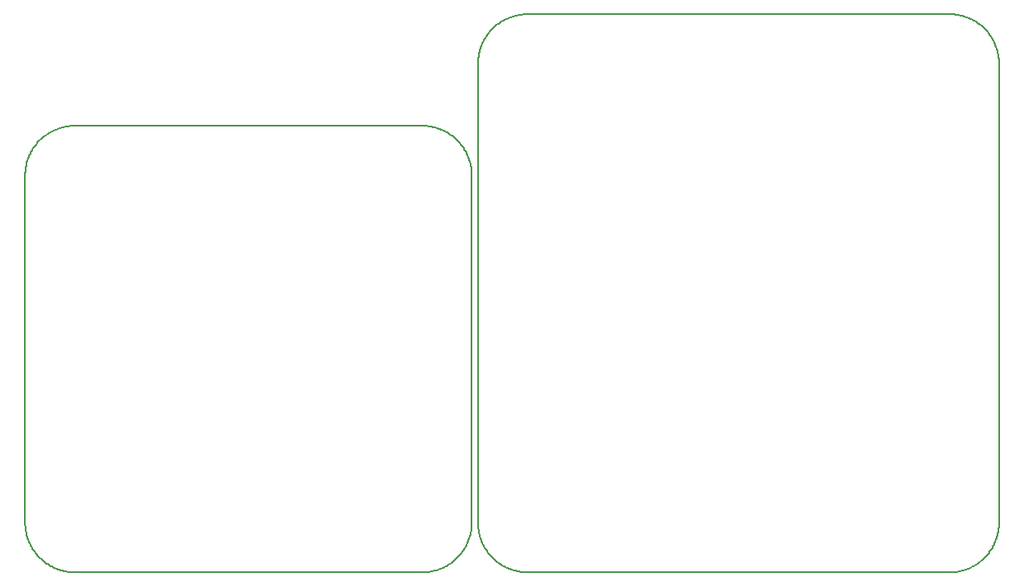
<source format=gbr>
G04 EAGLE Gerber RS-274X export*
G75*
%MOMM*%
%FSLAX34Y34*%
%LPD*%
%INSilkscreen Bottom*%
%IPPOS*%
%AMOC8*
5,1,8,0,0,1.08239X$1,22.5*%
G01*
%ADD10C,0.152400*%


D10*
X50800Y457200D02*
X49572Y457185D01*
X48346Y457141D01*
X47120Y457067D01*
X45897Y456963D01*
X44677Y456830D01*
X43460Y456667D01*
X42247Y456475D01*
X41040Y456254D01*
X39838Y456003D01*
X38643Y455724D01*
X37454Y455416D01*
X36274Y455079D01*
X35102Y454714D01*
X33939Y454320D01*
X32786Y453899D01*
X31644Y453450D01*
X30512Y452973D01*
X29393Y452469D01*
X28286Y451938D01*
X27192Y451381D01*
X26112Y450798D01*
X25046Y450188D01*
X23996Y449553D01*
X22961Y448893D01*
X21942Y448208D01*
X20941Y447498D01*
X19956Y446765D01*
X18990Y446007D01*
X18042Y445227D01*
X17113Y444424D01*
X16204Y443599D01*
X15316Y442752D01*
X14448Y441884D01*
X13601Y440996D01*
X12776Y440087D01*
X11973Y439158D01*
X11193Y438210D01*
X10435Y437244D01*
X9702Y436259D01*
X8992Y435258D01*
X8307Y434239D01*
X7647Y433204D01*
X7012Y432154D01*
X6402Y431088D01*
X5819Y430008D01*
X5262Y428914D01*
X4731Y427807D01*
X4227Y426688D01*
X3750Y425556D01*
X3301Y424414D01*
X2880Y423261D01*
X2486Y422098D01*
X2121Y420926D01*
X1784Y419746D01*
X1476Y418557D01*
X1197Y417362D01*
X946Y416160D01*
X725Y414953D01*
X533Y413740D01*
X370Y412523D01*
X237Y411303D01*
X133Y410080D01*
X59Y408854D01*
X15Y407628D01*
X0Y406400D01*
X0Y50800D01*
X15Y49572D01*
X59Y48346D01*
X133Y47120D01*
X237Y45897D01*
X370Y44677D01*
X533Y43460D01*
X725Y42247D01*
X946Y41040D01*
X1197Y39838D01*
X1476Y38643D01*
X1784Y37454D01*
X2121Y36274D01*
X2486Y35102D01*
X2880Y33939D01*
X3301Y32786D01*
X3750Y31644D01*
X4227Y30512D01*
X4731Y29393D01*
X5262Y28286D01*
X5819Y27192D01*
X6402Y26112D01*
X7012Y25046D01*
X7647Y23996D01*
X8307Y22961D01*
X8992Y21942D01*
X9702Y20941D01*
X10435Y19956D01*
X11193Y18990D01*
X11973Y18042D01*
X12776Y17113D01*
X13601Y16204D01*
X14448Y15316D01*
X15316Y14448D01*
X16204Y13601D01*
X17113Y12776D01*
X18042Y11973D01*
X18990Y11193D01*
X19956Y10435D01*
X20941Y9702D01*
X21942Y8992D01*
X22961Y8307D01*
X23996Y7647D01*
X25046Y7012D01*
X26112Y6402D01*
X27192Y5819D01*
X28286Y5262D01*
X29393Y4731D01*
X30512Y4227D01*
X31644Y3750D01*
X32786Y3301D01*
X33939Y2880D01*
X35102Y2486D01*
X36274Y2121D01*
X37454Y1784D01*
X38643Y1476D01*
X39838Y1197D01*
X41040Y946D01*
X42247Y725D01*
X43460Y533D01*
X44677Y370D01*
X45897Y237D01*
X47120Y133D01*
X48346Y59D01*
X49572Y15D01*
X50800Y0D01*
X406400Y0D01*
X407628Y15D01*
X408854Y59D01*
X410080Y133D01*
X411303Y237D01*
X412523Y370D01*
X413740Y533D01*
X414953Y725D01*
X416160Y946D01*
X417362Y1197D01*
X418557Y1476D01*
X419746Y1784D01*
X420926Y2121D01*
X422098Y2486D01*
X423261Y2880D01*
X424414Y3301D01*
X425556Y3750D01*
X426688Y4227D01*
X427807Y4731D01*
X428914Y5262D01*
X430008Y5819D01*
X431088Y6402D01*
X432154Y7012D01*
X433204Y7647D01*
X434239Y8307D01*
X435258Y8992D01*
X436259Y9702D01*
X437244Y10435D01*
X438210Y11193D01*
X439158Y11973D01*
X440087Y12776D01*
X440996Y13601D01*
X441884Y14448D01*
X442752Y15316D01*
X443599Y16204D01*
X444424Y17113D01*
X445227Y18042D01*
X446007Y18990D01*
X446765Y19956D01*
X447498Y20941D01*
X448208Y21942D01*
X448893Y22961D01*
X449553Y23996D01*
X450188Y25046D01*
X450798Y26112D01*
X451381Y27192D01*
X451938Y28286D01*
X452469Y29393D01*
X452973Y30512D01*
X453450Y31644D01*
X453899Y32786D01*
X454320Y33939D01*
X454714Y35102D01*
X455079Y36274D01*
X455416Y37454D01*
X455724Y38643D01*
X456003Y39838D01*
X456254Y41040D01*
X456475Y42247D01*
X456667Y43460D01*
X456830Y44677D01*
X456963Y45897D01*
X457067Y47120D01*
X457141Y48346D01*
X457185Y49572D01*
X457200Y50800D01*
X457200Y406400D01*
X457185Y407628D01*
X457141Y408854D01*
X457067Y410080D01*
X456963Y411303D01*
X456830Y412523D01*
X456667Y413740D01*
X456475Y414953D01*
X456254Y416160D01*
X456003Y417362D01*
X455724Y418557D01*
X455416Y419746D01*
X455079Y420926D01*
X454714Y422098D01*
X454320Y423261D01*
X453899Y424414D01*
X453450Y425556D01*
X452973Y426688D01*
X452469Y427807D01*
X451938Y428914D01*
X451381Y430008D01*
X450798Y431088D01*
X450188Y432154D01*
X449553Y433204D01*
X448893Y434239D01*
X448208Y435258D01*
X447498Y436259D01*
X446765Y437244D01*
X446007Y438210D01*
X445227Y439158D01*
X444424Y440087D01*
X443599Y440996D01*
X442752Y441884D01*
X441884Y442752D01*
X440996Y443599D01*
X440087Y444424D01*
X439158Y445227D01*
X438210Y446007D01*
X437244Y446765D01*
X436259Y447498D01*
X435258Y448208D01*
X434239Y448893D01*
X433204Y449553D01*
X432154Y450188D01*
X431088Y450798D01*
X430008Y451381D01*
X428914Y451938D01*
X427807Y452469D01*
X426688Y452973D01*
X425556Y453450D01*
X424414Y453899D01*
X423261Y454320D01*
X422098Y454714D01*
X420926Y455079D01*
X419746Y455416D01*
X418557Y455724D01*
X417362Y456003D01*
X416160Y456254D01*
X414953Y456475D01*
X413740Y456667D01*
X412523Y456830D01*
X411303Y456963D01*
X410080Y457067D01*
X408854Y457141D01*
X407628Y457185D01*
X406400Y457200D01*
X50800Y457200D01*
X463550Y520700D02*
X463565Y521928D01*
X463609Y523154D01*
X463683Y524380D01*
X463787Y525603D01*
X463920Y526823D01*
X464083Y528040D01*
X464275Y529253D01*
X464496Y530460D01*
X464747Y531662D01*
X465026Y532857D01*
X465334Y534046D01*
X465671Y535226D01*
X466036Y536398D01*
X466430Y537561D01*
X466851Y538714D01*
X467300Y539856D01*
X467777Y540988D01*
X468281Y542107D01*
X468812Y543214D01*
X469369Y544308D01*
X469952Y545388D01*
X470562Y546454D01*
X471197Y547504D01*
X471857Y548539D01*
X472542Y549558D01*
X473252Y550559D01*
X473985Y551544D01*
X474743Y552510D01*
X475523Y553458D01*
X476326Y554387D01*
X477151Y555296D01*
X477998Y556184D01*
X478866Y557052D01*
X479754Y557899D01*
X480663Y558724D01*
X481592Y559527D01*
X482540Y560307D01*
X483506Y561065D01*
X484491Y561798D01*
X485492Y562508D01*
X486511Y563193D01*
X487546Y563853D01*
X488596Y564488D01*
X489662Y565098D01*
X490742Y565681D01*
X491836Y566238D01*
X492943Y566769D01*
X494062Y567273D01*
X495194Y567750D01*
X496336Y568199D01*
X497489Y568620D01*
X498652Y569014D01*
X499824Y569379D01*
X501004Y569716D01*
X502193Y570024D01*
X503388Y570303D01*
X504590Y570554D01*
X505797Y570775D01*
X507010Y570967D01*
X508227Y571130D01*
X509447Y571263D01*
X510670Y571367D01*
X511896Y571441D01*
X513122Y571485D01*
X514350Y571500D01*
X463550Y520700D02*
X463550Y50800D01*
X463565Y49572D01*
X463609Y48346D01*
X463683Y47120D01*
X463787Y45897D01*
X463920Y44677D01*
X464083Y43460D01*
X464275Y42247D01*
X464496Y41040D01*
X464747Y39838D01*
X465026Y38643D01*
X465334Y37454D01*
X465671Y36274D01*
X466036Y35102D01*
X466430Y33939D01*
X466851Y32786D01*
X467300Y31644D01*
X467777Y30512D01*
X468281Y29393D01*
X468812Y28286D01*
X469369Y27192D01*
X469952Y26112D01*
X470562Y25046D01*
X471197Y23996D01*
X471857Y22961D01*
X472542Y21942D01*
X473252Y20941D01*
X473985Y19956D01*
X474743Y18990D01*
X475523Y18042D01*
X476326Y17113D01*
X477151Y16204D01*
X477998Y15316D01*
X478866Y14448D01*
X479754Y13601D01*
X480663Y12776D01*
X481592Y11973D01*
X482540Y11193D01*
X483506Y10435D01*
X484491Y9702D01*
X485492Y8992D01*
X486511Y8307D01*
X487546Y7647D01*
X488596Y7012D01*
X489662Y6402D01*
X490742Y5819D01*
X491836Y5262D01*
X492943Y4731D01*
X494062Y4227D01*
X495194Y3750D01*
X496336Y3301D01*
X497489Y2880D01*
X498652Y2486D01*
X499824Y2121D01*
X501004Y1784D01*
X502193Y1476D01*
X503388Y1197D01*
X504590Y946D01*
X505797Y725D01*
X507010Y533D01*
X508227Y370D01*
X509447Y237D01*
X510670Y133D01*
X511896Y59D01*
X513122Y15D01*
X514350Y0D01*
X946150Y0D01*
X947378Y15D01*
X948604Y59D01*
X949830Y133D01*
X951053Y237D01*
X952273Y370D01*
X953490Y533D01*
X954703Y725D01*
X955910Y946D01*
X957112Y1197D01*
X958307Y1476D01*
X959496Y1784D01*
X960676Y2121D01*
X961848Y2486D01*
X963011Y2880D01*
X964164Y3301D01*
X965306Y3750D01*
X966438Y4227D01*
X967557Y4731D01*
X968664Y5262D01*
X969758Y5819D01*
X970838Y6402D01*
X971904Y7012D01*
X972954Y7647D01*
X973989Y8307D01*
X975008Y8992D01*
X976009Y9702D01*
X976994Y10435D01*
X977960Y11193D01*
X978908Y11973D01*
X979837Y12776D01*
X980746Y13601D01*
X981634Y14448D01*
X982502Y15316D01*
X983349Y16204D01*
X984174Y17113D01*
X984977Y18042D01*
X985757Y18990D01*
X986515Y19956D01*
X987248Y20941D01*
X987958Y21942D01*
X988643Y22961D01*
X989303Y23996D01*
X989938Y25046D01*
X990548Y26112D01*
X991131Y27192D01*
X991688Y28286D01*
X992219Y29393D01*
X992723Y30512D01*
X993200Y31644D01*
X993649Y32786D01*
X994070Y33939D01*
X994464Y35102D01*
X994829Y36274D01*
X995166Y37454D01*
X995474Y38643D01*
X995753Y39838D01*
X996004Y41040D01*
X996225Y42247D01*
X996417Y43460D01*
X996580Y44677D01*
X996713Y45897D01*
X996817Y47120D01*
X996891Y48346D01*
X996935Y49572D01*
X996950Y50800D01*
X996950Y520700D01*
X996935Y521928D01*
X996891Y523154D01*
X996817Y524380D01*
X996713Y525603D01*
X996580Y526823D01*
X996417Y528040D01*
X996225Y529253D01*
X996004Y530460D01*
X995753Y531662D01*
X995474Y532857D01*
X995166Y534046D01*
X994829Y535226D01*
X994464Y536398D01*
X994070Y537561D01*
X993649Y538714D01*
X993200Y539856D01*
X992723Y540988D01*
X992219Y542107D01*
X991688Y543214D01*
X991131Y544308D01*
X990548Y545388D01*
X989938Y546454D01*
X989303Y547504D01*
X988643Y548539D01*
X987958Y549558D01*
X987248Y550559D01*
X986515Y551544D01*
X985757Y552510D01*
X984977Y553458D01*
X984174Y554387D01*
X983349Y555296D01*
X982502Y556184D01*
X981634Y557052D01*
X980746Y557899D01*
X979837Y558724D01*
X978908Y559527D01*
X977960Y560307D01*
X976994Y561065D01*
X976009Y561798D01*
X975008Y562508D01*
X973989Y563193D01*
X972954Y563853D01*
X971904Y564488D01*
X970838Y565098D01*
X969758Y565681D01*
X968664Y566238D01*
X967557Y566769D01*
X966438Y567273D01*
X965306Y567750D01*
X964164Y568199D01*
X963011Y568620D01*
X961848Y569014D01*
X960676Y569379D01*
X959496Y569716D01*
X958307Y570024D01*
X957112Y570303D01*
X955910Y570554D01*
X954703Y570775D01*
X953490Y570967D01*
X952273Y571130D01*
X951053Y571263D01*
X949830Y571367D01*
X948604Y571441D01*
X947378Y571485D01*
X946150Y571500D01*
X514350Y571500D01*
M02*

</source>
